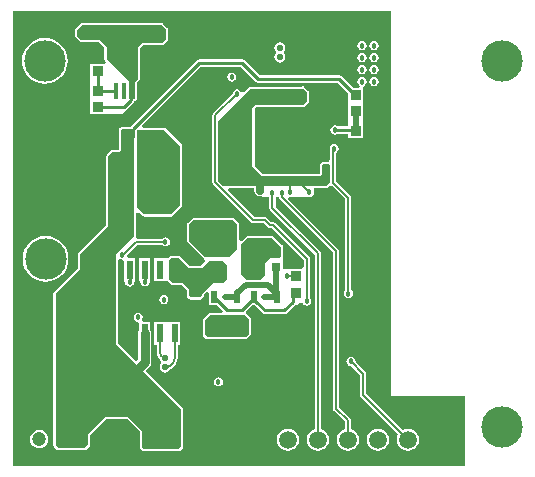
<source format=gbl>
G04*
G04 #@! TF.GenerationSoftware,Altium Limited,Altium Designer,20.2.6 (244)*
G04*
G04 Layer_Physical_Order=4*
G04 Layer_Color=16711680*
%FSLAX44Y44*%
%MOMM*%
G71*
G04*
G04 #@! TF.SameCoordinates,7CDA323B-E038-41B1-B74F-359B52FF9F59*
G04*
G04*
G04 #@! TF.FilePolarity,Positive*
G04*
G01*
G75*
%ADD10C,0.2540*%
%ADD22R,0.5000X0.5000*%
%ADD24R,0.5000X0.5000*%
%ADD34R,0.7620X0.7620*%
%ADD39R,0.9000X0.8100*%
%ADD70C,0.1524*%
%ADD72C,0.5080*%
%ADD74C,0.5500*%
%ADD75C,1.2000*%
%ADD76R,1.2000X1.2000*%
%ADD77C,1.5000*%
%ADD78R,1.5000X1.5000*%
%ADD79C,3.5000*%
%ADD80C,0.4570*%
%ADD81C,0.7000*%
%ADD82R,0.6000X1.5500*%
G04:AMPARAMS|DCode=83|XSize=1.27mm|YSize=1.27mm|CornerRadius=0.3175mm|HoleSize=0mm|Usage=FLASHONLY|Rotation=180.000|XOffset=0mm|YOffset=0mm|HoleType=Round|Shape=RoundedRectangle|*
%AMROUNDEDRECTD83*
21,1,1.2700,0.6350,0,0,180.0*
21,1,0.6350,1.2700,0,0,180.0*
1,1,0.6350,-0.3175,0.3175*
1,1,0.6350,0.3175,0.3175*
1,1,0.6350,0.3175,-0.3175*
1,1,0.6350,-0.3175,-0.3175*
%
%ADD83ROUNDEDRECTD83*%
%ADD84R,0.7620X0.7620*%
%ADD85R,0.6000X1.1000*%
%ADD86R,1.6000X4.5000*%
%ADD87R,0.4500X1.3500*%
%ADD88C,0.7620*%
%ADD89C,0.6350*%
G36*
X322432Y61608D02*
X385500D01*
Y2590D01*
X2590D01*
Y387710D01*
X322432D01*
Y61608D01*
D02*
G37*
%LPC*%
G36*
X308410Y362114D02*
X306924Y361818D01*
X305664Y360976D01*
X304822Y359716D01*
X304526Y358230D01*
X304822Y356744D01*
X305664Y355484D01*
X306924Y354642D01*
X308410Y354346D01*
X309896Y354642D01*
X311156Y355484D01*
X311998Y356744D01*
X312294Y358230D01*
X311998Y359716D01*
X311156Y360976D01*
X309896Y361818D01*
X308410Y362114D01*
D02*
G37*
G36*
X298250D02*
X296764Y361818D01*
X295504Y360976D01*
X294662Y359716D01*
X294366Y358230D01*
X294662Y356744D01*
X295504Y355484D01*
X296764Y354642D01*
X298250Y354346D01*
X299736Y354642D01*
X300996Y355484D01*
X301838Y356744D01*
X302134Y358230D01*
X301838Y359716D01*
X300996Y360976D01*
X299736Y361818D01*
X298250Y362114D01*
D02*
G37*
G36*
X308410Y351954D02*
X306924Y351658D01*
X305664Y350816D01*
X304822Y349556D01*
X304526Y348070D01*
X304822Y346584D01*
X305664Y345324D01*
X306924Y344482D01*
X308410Y344186D01*
X309896Y344482D01*
X311156Y345324D01*
X311998Y346584D01*
X312294Y348070D01*
X311998Y349556D01*
X311156Y350816D01*
X309896Y351658D01*
X308410Y351954D01*
D02*
G37*
G36*
X298250D02*
X296764Y351658D01*
X295504Y350816D01*
X294662Y349556D01*
X294366Y348070D01*
X294662Y346584D01*
X295504Y345324D01*
X296764Y344482D01*
X298250Y344186D01*
X299736Y344482D01*
X300996Y345324D01*
X301838Y346584D01*
X302134Y348070D01*
X301838Y349556D01*
X300996Y350816D01*
X299736Y351658D01*
X298250Y351954D01*
D02*
G37*
G36*
X228750Y361117D02*
X226983Y360765D01*
X225485Y359765D01*
X224485Y358267D01*
X224133Y356500D01*
X224485Y354733D01*
X225485Y353236D01*
Y351764D01*
X224485Y350267D01*
X224133Y348500D01*
X224485Y346733D01*
X225485Y345235D01*
X226983Y344235D01*
X228750Y343883D01*
X230517Y344235D01*
X232015Y345235D01*
X233015Y346733D01*
X233367Y348500D01*
X233015Y350267D01*
X232015Y351764D01*
Y353236D01*
X233015Y354733D01*
X233367Y356500D01*
X233015Y358267D01*
X232015Y359765D01*
X230517Y360765D01*
X228750Y361117D01*
D02*
G37*
G36*
X308410Y341794D02*
X306924Y341498D01*
X305664Y340656D01*
X304822Y339396D01*
X304526Y337910D01*
X304822Y336424D01*
X305664Y335164D01*
X306924Y334322D01*
X308410Y334026D01*
X309896Y334322D01*
X311156Y335164D01*
X311998Y336424D01*
X312294Y337910D01*
X311998Y339396D01*
X311156Y340656D01*
X309896Y341498D01*
X308410Y341794D01*
D02*
G37*
G36*
X298250D02*
X296764Y341498D01*
X295504Y340656D01*
X294662Y339396D01*
X294366Y337910D01*
X294662Y336424D01*
X295504Y335164D01*
X296764Y334322D01*
X298250Y334026D01*
X299736Y334322D01*
X300996Y335164D01*
X301838Y336424D01*
X302134Y337910D01*
X301838Y339396D01*
X300996Y340656D01*
X299736Y341498D01*
X298250Y341794D01*
D02*
G37*
G36*
X188000Y335384D02*
X186514Y335088D01*
X185254Y334246D01*
X184412Y332986D01*
X184116Y331500D01*
X184412Y330014D01*
X185254Y328754D01*
X186514Y327912D01*
X188000Y327616D01*
X189486Y327912D01*
X190746Y328754D01*
X191588Y330014D01*
X191884Y331500D01*
X191588Y332986D01*
X190746Y334246D01*
X189486Y335088D01*
X188000Y335384D01*
D02*
G37*
G36*
X29700Y364671D02*
X25921Y364299D01*
X22287Y363197D01*
X18938Y361407D01*
X16002Y358998D01*
X13593Y356062D01*
X11803Y352713D01*
X10701Y349079D01*
X10329Y345300D01*
X10701Y341521D01*
X11803Y337887D01*
X13593Y334538D01*
X16002Y331602D01*
X18938Y329193D01*
X22287Y327403D01*
X25921Y326301D01*
X29700Y325929D01*
X33479Y326301D01*
X37113Y327403D01*
X40462Y329193D01*
X43398Y331602D01*
X45807Y334538D01*
X47597Y337887D01*
X48699Y341521D01*
X49071Y345300D01*
X48699Y349079D01*
X47597Y352713D01*
X45807Y356062D01*
X43398Y358998D01*
X40462Y361407D01*
X37113Y363197D01*
X33479Y364299D01*
X29700Y364671D01*
D02*
G37*
G36*
X308410Y331634D02*
X306924Y331338D01*
X305664Y330496D01*
X304822Y329236D01*
X304526Y327750D01*
X304822Y326264D01*
X305664Y325004D01*
X306924Y324162D01*
X308410Y323866D01*
X309896Y324162D01*
X311156Y325004D01*
X311998Y326264D01*
X312294Y327750D01*
X311998Y329236D01*
X311156Y330496D01*
X309896Y331338D01*
X308410Y331634D01*
D02*
G37*
G36*
X248250Y323813D02*
X247556Y323675D01*
X247389Y323563D01*
X203750D01*
X203056Y323425D01*
X202468Y323032D01*
X198187Y318750D01*
X197547Y318762D01*
X195842Y319234D01*
X195298Y320048D01*
X194038Y320890D01*
X192552Y321186D01*
X191066Y320890D01*
X189806Y320048D01*
X188964Y318788D01*
X188676Y317338D01*
X172314Y300977D01*
X171753Y300137D01*
X171556Y299146D01*
Y242371D01*
X171753Y241380D01*
X172314Y240540D01*
X204297Y208558D01*
X205137Y207996D01*
X206128Y207799D01*
X215031D01*
X218487Y204344D01*
X219327Y203782D01*
X220318Y203585D01*
X222076D01*
X248910Y176751D01*
Y170499D01*
X246910Y168737D01*
X240250Y168750D01*
X231140D01*
Y176210D01*
X231140D01*
X231110Y176374D01*
X231140Y178374D01*
X231286Y178848D01*
X231425Y179056D01*
X231563Y179750D01*
X231563Y179750D01*
X231563Y180199D01*
X231563Y187750D01*
X231425Y188444D01*
X231140Y188870D01*
Y189550D01*
X230514D01*
X223782Y196282D01*
X223194Y196675D01*
X222500Y196813D01*
X201250Y196813D01*
X200556Y196675D01*
X199968Y196282D01*
X196313Y192626D01*
X194313Y193455D01*
X194313Y207000D01*
X194175Y207694D01*
X193782Y208282D01*
X190282Y211782D01*
X190282Y211782D01*
X189694Y212175D01*
X189000Y212313D01*
X155500Y212313D01*
X154806Y212175D01*
X154218Y211782D01*
X154218Y211782D01*
X150718Y208282D01*
X150718Y208282D01*
X150325Y207694D01*
X150187Y207000D01*
Y193000D01*
X150325Y192306D01*
X150718Y191718D01*
X164218Y178218D01*
X164806Y177825D01*
X164912Y177804D01*
X165583Y176334D01*
X165623Y175687D01*
X161749Y171813D01*
X152751Y171813D01*
X145032Y179532D01*
X144444Y179925D01*
X143750Y180063D01*
X136250Y180063D01*
X135556Y179925D01*
X134968Y179532D01*
X133680Y178243D01*
X131813Y178010D01*
X131480Y178006D01*
X131229Y178006D01*
X122222D01*
Y158950D01*
X131258D01*
X131778Y158950D01*
X133693Y158744D01*
X136468Y155968D01*
X137056Y155575D01*
X137750Y155437D01*
X145749D01*
X149937Y151249D01*
Y146500D01*
X150075Y145806D01*
X150468Y145218D01*
X151968Y143718D01*
X152556Y143325D01*
X153250Y143187D01*
X161250D01*
X161944Y143325D01*
X162532Y143718D01*
X164032Y145218D01*
X164425Y145806D01*
X164563Y146500D01*
X164563Y147499D01*
X166754Y149691D01*
X168602Y148925D01*
Y138448D01*
X175513D01*
X180398Y133563D01*
X179570Y131563D01*
X169500D01*
X168806Y131425D01*
X168218Y131032D01*
X163968Y126782D01*
X163575Y126194D01*
X163437Y125500D01*
X163437Y113750D01*
X163575Y113056D01*
X163968Y112468D01*
X166218Y110218D01*
X166806Y109825D01*
X167500Y109687D01*
X199750Y109687D01*
X200444Y109825D01*
X201032Y110218D01*
X203782Y112968D01*
X204175Y113556D01*
X204313Y114250D01*
Y126500D01*
X204175Y127194D01*
X203782Y127782D01*
X200532Y131032D01*
X200469Y131074D01*
X200054Y132907D01*
X200093Y133434D01*
X205029Y138370D01*
X207545D01*
X214112Y131803D01*
X215121Y131129D01*
X216310Y130892D01*
X232616D01*
X233805Y131129D01*
X234813Y131803D01*
X241261Y138250D01*
X243414D01*
X245799Y140635D01*
X247556Y140326D01*
X248050Y140058D01*
X248754Y139004D01*
X250014Y138162D01*
X251500Y137866D01*
X252986Y138162D01*
X254246Y139004D01*
X255088Y140264D01*
X255384Y141750D01*
X255088Y143236D01*
X254246Y144496D01*
X254090Y144601D01*
Y177824D01*
X253893Y178815D01*
X253331Y179655D01*
X224980Y208006D01*
X224140Y208568D01*
X223149Y208765D01*
X221390D01*
X217935Y212220D01*
X217095Y212782D01*
X216104Y212979D01*
X207201D01*
X184590Y235589D01*
X185355Y237437D01*
X206960D01*
Y235511D01*
X207345Y233579D01*
X208439Y231941D01*
X210078Y230846D01*
X212010Y230462D01*
X212148Y230489D01*
X214000Y230846D01*
X214846Y230000D01*
X219910D01*
Y220750D01*
X220107Y219759D01*
X220669Y218919D01*
X258310Y181277D01*
Y33472D01*
X256221Y32606D01*
X254283Y31119D01*
X252796Y29181D01*
X251861Y26924D01*
X251542Y24502D01*
X251861Y22080D01*
X252796Y19823D01*
X254283Y17885D01*
X256221Y16398D01*
X258478Y15463D01*
X260900Y15144D01*
X263322Y15463D01*
X265579Y16398D01*
X267517Y17885D01*
X269004Y19823D01*
X269939Y22080D01*
X270258Y24502D01*
X269939Y26924D01*
X269004Y29181D01*
X267517Y31119D01*
X265579Y32606D01*
X263490Y33472D01*
Y182350D01*
X263293Y183341D01*
X262731Y184181D01*
X225090Y221823D01*
Y230000D01*
X227993D01*
Y229917D01*
X228191Y228926D01*
X228752Y228086D01*
X273910Y182927D01*
Y50908D01*
X274107Y49917D01*
X274669Y49076D01*
X283710Y40035D01*
Y33472D01*
X281621Y32606D01*
X279683Y31119D01*
X278196Y29181D01*
X277261Y26924D01*
X276942Y24502D01*
X277261Y22080D01*
X278196Y19823D01*
X279683Y17885D01*
X281621Y16398D01*
X283878Y15463D01*
X286300Y15144D01*
X288722Y15463D01*
X290979Y16398D01*
X292917Y17885D01*
X294404Y19823D01*
X295339Y22080D01*
X295658Y24502D01*
X295339Y26924D01*
X294404Y29181D01*
X292917Y31119D01*
X290979Y32606D01*
X288890Y33472D01*
Y41108D01*
X288693Y42099D01*
X288131Y42939D01*
X279090Y51980D01*
Y184000D01*
X278893Y184991D01*
X278331Y185831D01*
X236010Y228152D01*
X236776Y230000D01*
X255250D01*
X257500Y232250D01*
Y237437D01*
X268250D01*
X268944Y237575D01*
X269532Y237968D01*
X270538Y238974D01*
X273363Y238974D01*
X284160Y228177D01*
Y151053D01*
X283943Y150908D01*
X283101Y149648D01*
X282805Y148162D01*
X283101Y146676D01*
X283943Y145416D01*
X285203Y144574D01*
X286689Y144278D01*
X288175Y144574D01*
X289435Y145416D01*
X290277Y146676D01*
X290573Y148162D01*
X290277Y149648D01*
X289435Y150908D01*
X289340Y150972D01*
Y229250D01*
X289143Y230241D01*
X288581Y231081D01*
X276376Y243287D01*
Y267499D01*
X277489Y268243D01*
X278331Y269503D01*
X278627Y270989D01*
X278331Y272475D01*
X277489Y273735D01*
X276229Y274577D01*
X274743Y274872D01*
X273257Y274577D01*
X271997Y273735D01*
X271155Y272475D01*
X270859Y270989D01*
X271155Y269503D01*
X271329Y269242D01*
X271196Y268573D01*
Y261811D01*
X270000Y260063D01*
X265500D01*
X264806Y259925D01*
X264218Y259532D01*
X263218Y258532D01*
X262825Y257944D01*
X262687Y257250D01*
Y250251D01*
X261999Y249563D01*
X214251D01*
X207313Y256501D01*
Y304749D01*
X208501Y305937D01*
X248000D01*
X248694Y306075D01*
X249282Y306468D01*
X252782Y309968D01*
X253175Y310556D01*
X253313Y311250D01*
Y318750D01*
X253175Y319444D01*
X252782Y320032D01*
X249532Y323282D01*
X248944Y323675D01*
X248250Y323813D01*
D02*
G37*
G36*
X128750Y377313D02*
X61000D01*
X60306Y377175D01*
X59718Y376782D01*
X55968Y373032D01*
X55575Y372444D01*
X55437Y371750D01*
X55437Y366500D01*
X55575Y365806D01*
X55968Y365218D01*
X59218Y361968D01*
X59806Y361575D01*
X60500Y361437D01*
X75249D01*
X80187Y356499D01*
Y346500D01*
X80325Y345806D01*
X80718Y345218D01*
X81242Y344694D01*
X80295Y342813D01*
X79229Y342813D01*
X68400D01*
Y331157D01*
Y325706D01*
X68396D01*
Y314050D01*
X68400D01*
Y311806D01*
X68396D01*
Y300150D01*
X94958D01*
X98588Y303780D01*
X104544Y309736D01*
X105217Y310744D01*
X105255Y310937D01*
X105752Y310937D01*
X106099Y311007D01*
X106444Y311075D01*
X106445Y311076D01*
X106445Y311076D01*
X106625Y311196D01*
X107354D01*
Y311950D01*
X107425Y312056D01*
X107425Y312057D01*
X107425Y312058D01*
X107494Y312404D01*
X107563Y312750D01*
Y326749D01*
X109782Y328968D01*
X110175Y329556D01*
X110313Y330250D01*
X110313Y355999D01*
X113001Y358687D01*
X129000Y358687D01*
X129694Y358825D01*
X130282Y359218D01*
X133282Y362218D01*
X133675Y362806D01*
X133813Y363500D01*
Y372250D01*
X133675Y372944D01*
X133282Y373532D01*
X130032Y376782D01*
X129444Y377175D01*
X128750Y377313D01*
D02*
G37*
G36*
X197000Y346608D02*
X160510D01*
X159321Y346371D01*
X158312Y345698D01*
X102108Y289494D01*
X101837Y289087D01*
X94742Y289087D01*
X94048Y288949D01*
X93754Y288752D01*
X92798D01*
Y287638D01*
X92675Y287020D01*
Y270499D01*
X92213Y270037D01*
X86913D01*
X86219Y269899D01*
X85631Y269506D01*
X83735Y267610D01*
X83244D01*
Y267119D01*
X82361Y266236D01*
X81968Y265648D01*
X81830Y264954D01*
X81830Y205991D01*
X58418Y182924D01*
X58414Y182919D01*
X58408Y182915D01*
X58215Y182626D01*
X58020Y182339D01*
X58019Y182333D01*
X58015Y182327D01*
X57947Y181985D01*
X57877Y181647D01*
X57878Y181640D01*
X57877Y181633D01*
Y170169D01*
X37580Y149872D01*
X37187Y149284D01*
X37049Y148590D01*
Y19638D01*
X37187Y18944D01*
X37580Y18356D01*
X39968Y15968D01*
X39968Y15968D01*
X40556Y15575D01*
X41250Y15437D01*
X63250Y15437D01*
X63944Y15575D01*
X64532Y15968D01*
X64532Y15968D01*
X67576Y19012D01*
X67969Y19600D01*
X68107Y20294D01*
X68107Y28205D01*
X81777Y41875D01*
X99833Y41875D01*
X110201Y31507D01*
X110201Y18486D01*
X110339Y17792D01*
X110732Y17204D01*
X112718Y15218D01*
X113307Y14825D01*
X114000Y14687D01*
X142750Y14687D01*
X143444Y14825D01*
X144032Y15218D01*
X144032Y15218D01*
X146316Y17502D01*
X146709Y18090D01*
X146847Y18784D01*
X146847Y50292D01*
X146709Y50986D01*
X146316Y51574D01*
X115099Y82791D01*
X118329Y86021D01*
X119564Y87870D01*
X119998Y90050D01*
Y114478D01*
X119564Y116658D01*
X119078Y117385D01*
Y124006D01*
X112720D01*
X112467Y124317D01*
X111834Y126006D01*
X112341Y126764D01*
X112636Y128250D01*
X112341Y129736D01*
X111499Y130996D01*
X110239Y131838D01*
X108753Y132134D01*
X107267Y131838D01*
X106007Y130996D01*
X105165Y129736D01*
X104869Y128250D01*
X105165Y126764D01*
X106007Y125504D01*
X107267Y124662D01*
X107754Y124565D01*
X108808Y124232D01*
X109522Y122480D01*
Y117385D01*
X109036Y116658D01*
X108603Y114478D01*
Y92410D01*
X107041Y90849D01*
X91475Y106415D01*
X91475Y176842D01*
X93475Y177772D01*
X94014Y177412D01*
X95500Y177116D01*
X96822Y176031D01*
Y158950D01*
X96837D01*
X97616Y158000D01*
X97912Y156514D01*
X98754Y155254D01*
X100014Y154412D01*
X101500Y154116D01*
X102986Y154412D01*
X104246Y155254D01*
X105088Y156514D01*
X105384Y158000D01*
X106163Y158950D01*
X106378D01*
Y178006D01*
X100486D01*
X100026Y178503D01*
X99186Y180006D01*
X99384Y181000D01*
X99375Y181041D01*
X107744Y189410D01*
X128899D01*
X129004Y189254D01*
X130264Y188412D01*
X131750Y188116D01*
X133236Y188412D01*
X134496Y189254D01*
X135338Y190514D01*
X135634Y192000D01*
X135338Y193486D01*
X134496Y194746D01*
X133236Y195588D01*
X131750Y195884D01*
X130264Y195588D01*
X129004Y194746D01*
X128899Y194590D01*
X108158D01*
X108028Y194704D01*
X107110Y196418D01*
X107109Y196590D01*
X107223Y197160D01*
Y216850D01*
X109071Y217616D01*
X112718Y213968D01*
X113306Y213575D01*
X114000Y213437D01*
X136500Y213437D01*
X137194Y213575D01*
X137782Y213968D01*
X145532Y221718D01*
X145925Y222306D01*
X146063Y223000D01*
X146063Y273250D01*
X145925Y273944D01*
X145532Y274532D01*
X132032Y288032D01*
X131444Y288425D01*
X130750Y288563D01*
X113854D01*
Y288752D01*
X112770D01*
X112005Y290600D01*
X161797Y340392D01*
X195713D01*
X208302Y327803D01*
X209311Y327129D01*
X210500Y326892D01*
X277793D01*
X286838Y317847D01*
Y310586D01*
Y296686D01*
Y289858D01*
X277705D01*
X276986Y290338D01*
X275500Y290634D01*
X274014Y290338D01*
X272754Y289496D01*
X271912Y288236D01*
X271616Y286750D01*
X271912Y285264D01*
X272754Y284004D01*
X274014Y283162D01*
X275500Y282866D01*
X276986Y283162D01*
X277705Y283642D01*
X286838D01*
Y280106D01*
X299394D01*
Y296686D01*
Y308342D01*
Y322055D01*
X299394Y322242D01*
X299636Y324142D01*
X299736Y324162D01*
X300996Y325004D01*
X301838Y326264D01*
X302134Y327750D01*
X301838Y329236D01*
X300996Y330496D01*
X299736Y331338D01*
X298250Y331634D01*
X296764Y331338D01*
X295504Y330496D01*
X294662Y329236D01*
X294366Y327750D01*
X294662Y326264D01*
X295504Y325004D01*
X296644Y324242D01*
X296666Y324095D01*
X295640Y322242D01*
X291233D01*
X281278Y332197D01*
X280269Y332871D01*
X279080Y333108D01*
X211787D01*
X199198Y345698D01*
X198189Y346371D01*
X197000Y346608D01*
D02*
G37*
G36*
X30400Y197071D02*
X26621Y196699D01*
X22987Y195597D01*
X19638Y193807D01*
X16702Y191398D01*
X14293Y188462D01*
X12503Y185113D01*
X11401Y181479D01*
X11029Y177700D01*
X11401Y173921D01*
X12503Y170287D01*
X14293Y166938D01*
X16702Y164002D01*
X19638Y161593D01*
X22987Y159803D01*
X26621Y158701D01*
X30400Y158329D01*
X34179Y158701D01*
X37813Y159803D01*
X41162Y161593D01*
X44097Y164002D01*
X46507Y166938D01*
X48297Y170287D01*
X49399Y173921D01*
X49771Y177700D01*
X49399Y181479D01*
X48297Y185113D01*
X46507Y188462D01*
X44097Y191398D01*
X41162Y193807D01*
X37813Y195597D01*
X34179Y196699D01*
X30400Y197071D01*
D02*
G37*
G36*
X119078Y178006D02*
X109522D01*
Y158950D01*
X110042D01*
X110616Y158250D01*
X110912Y156764D01*
X111754Y155504D01*
X113014Y154662D01*
X114500Y154366D01*
X115986Y154662D01*
X117246Y155504D01*
X118088Y156764D01*
X118384Y158250D01*
X118958Y158950D01*
X119078D01*
Y178006D01*
D02*
G37*
G36*
X130432Y146992D02*
X128945Y146696D01*
X127685Y145855D01*
X126844Y144595D01*
X126548Y143108D01*
X126844Y141622D01*
X127685Y140362D01*
X128945Y139520D01*
X130432Y139225D01*
X131918Y139520D01*
X133178Y140362D01*
X134020Y141622D01*
X134315Y143108D01*
X134020Y144595D01*
X133178Y145855D01*
X131918Y146696D01*
X130432Y146992D01*
D02*
G37*
G36*
X144478Y124006D02*
X122222D01*
Y104950D01*
X124410D01*
Y98488D01*
X124399D01*
X124643Y96631D01*
X125360Y94901D01*
X126500Y93416D01*
X127155Y92913D01*
X127307Y92149D01*
X128308Y90652D01*
Y89180D01*
X127307Y87683D01*
X126955Y85916D01*
X127307Y84149D01*
X128308Y82652D01*
X129805Y81651D01*
X131572Y81299D01*
X133339Y81651D01*
X134837Y82652D01*
X135837Y84149D01*
X135862Y84274D01*
X136952Y84726D01*
X139180Y86435D01*
X140891Y88664D01*
X141965Y91259D01*
X142332Y94044D01*
X142290D01*
Y104950D01*
X144478D01*
Y124006D01*
D02*
G37*
G36*
X176750Y77384D02*
X175264Y77088D01*
X174004Y76246D01*
X173162Y74986D01*
X172866Y73500D01*
X173162Y72014D01*
X174004Y70754D01*
X175264Y69912D01*
X176750Y69616D01*
X178236Y69912D01*
X179496Y70754D01*
X180338Y72014D01*
X180634Y73500D01*
X180338Y74986D01*
X179496Y76246D01*
X178236Y77088D01*
X176750Y77384D01*
D02*
G37*
G36*
X25000Y32845D02*
X22970Y32578D01*
X21077Y31794D01*
X19453Y30547D01*
X18206Y28923D01*
X17422Y27030D01*
X17155Y25000D01*
X17422Y22970D01*
X18206Y21077D01*
X19453Y19453D01*
X21077Y18206D01*
X22970Y17422D01*
X25000Y17155D01*
X27030Y17422D01*
X28923Y18206D01*
X30547Y19453D01*
X31794Y21077D01*
X32578Y22970D01*
X32845Y25000D01*
X32578Y27030D01*
X31794Y28923D01*
X30547Y30547D01*
X28923Y31794D01*
X27030Y32578D01*
X25000Y32845D01*
D02*
G37*
G36*
X289000Y94634D02*
X287514Y94338D01*
X286254Y93496D01*
X285412Y92236D01*
X285116Y90750D01*
X285412Y89264D01*
X286254Y88004D01*
X287514Y87162D01*
X289000Y86866D01*
X289184Y86903D01*
X296660Y79427D01*
Y62352D01*
X296857Y61361D01*
X297419Y60521D01*
X328926Y29013D01*
X328061Y26924D01*
X327742Y24502D01*
X328061Y22080D01*
X328996Y19823D01*
X330483Y17885D01*
X332421Y16398D01*
X334678Y15463D01*
X337100Y15144D01*
X339522Y15463D01*
X341779Y16398D01*
X343717Y17885D01*
X345204Y19823D01*
X346139Y22080D01*
X346458Y24502D01*
X346139Y26924D01*
X345204Y29181D01*
X343717Y31119D01*
X341779Y32606D01*
X339522Y33541D01*
X337100Y33860D01*
X334678Y33541D01*
X332589Y32676D01*
X301840Y63425D01*
Y80500D01*
X301643Y81491D01*
X301081Y82331D01*
X292847Y90566D01*
X292884Y90750D01*
X292588Y92236D01*
X291746Y93496D01*
X290486Y94338D01*
X289000Y94634D01*
D02*
G37*
G36*
X311700Y33860D02*
X309278Y33541D01*
X307021Y32606D01*
X305083Y31119D01*
X303596Y29181D01*
X302661Y26924D01*
X302342Y24502D01*
X302661Y22080D01*
X303596Y19823D01*
X305083Y17885D01*
X307021Y16398D01*
X309278Y15463D01*
X311700Y15144D01*
X314122Y15463D01*
X316379Y16398D01*
X318317Y17885D01*
X319804Y19823D01*
X320739Y22080D01*
X321058Y24502D01*
X320739Y26924D01*
X319804Y29181D01*
X318317Y31119D01*
X316379Y32606D01*
X314122Y33541D01*
X311700Y33860D01*
D02*
G37*
G36*
X235500D02*
X233078Y33541D01*
X230821Y32606D01*
X228883Y31119D01*
X227396Y29181D01*
X226461Y26924D01*
X226142Y24502D01*
X226461Y22080D01*
X227396Y19823D01*
X228883Y17885D01*
X230821Y16398D01*
X233078Y15463D01*
X235500Y15144D01*
X237922Y15463D01*
X240179Y16398D01*
X242117Y17885D01*
X243604Y19823D01*
X244539Y22080D01*
X244858Y24502D01*
X244539Y26924D01*
X243604Y29181D01*
X242117Y31119D01*
X240179Y32606D01*
X237922Y33541D01*
X235500Y33860D01*
D02*
G37*
%LPD*%
G36*
X251500Y318750D02*
Y311250D01*
X248000Y307750D01*
X207750D01*
X205500Y305500D01*
Y255750D01*
X213500Y247750D01*
X262750D01*
X264500Y249500D01*
Y257250D01*
X265500Y258250D01*
X270000D01*
X271500Y256750D01*
Y242500D01*
X268250Y239250D01*
X180500Y239250D01*
X176432Y243318D01*
X176432Y294432D01*
X203750Y321750D01*
X248000D01*
X248250Y322000D01*
X251500Y318750D01*
D02*
G37*
G36*
X189000Y210500D02*
X192500Y207000D01*
X192500Y186250D01*
X185750Y179500D01*
X165500Y179500D01*
X152000Y193000D01*
Y207000D01*
X155500Y210500D01*
X189000Y210500D01*
D02*
G37*
G36*
X229750Y187750D02*
X229750Y179750D01*
X228250Y178250D01*
X220500Y178250D01*
X216250Y174000D01*
X216250Y163750D01*
X212500Y160000D01*
X200500D01*
X196000Y164500D01*
X196000Y189750D01*
X201250Y195000D01*
X222500Y195000D01*
X229750Y187750D01*
D02*
G37*
G36*
X145250Y176750D02*
X152000Y170000D01*
X162500Y170000D01*
X168750Y176250D01*
X179750Y176250D01*
X183750Y172250D01*
X183750Y160750D01*
X180250Y157250D01*
X171750Y157250D01*
X162750Y148250D01*
X162750Y146500D01*
X161250Y145000D01*
X153250D01*
X151750Y146500D01*
Y152000D01*
X146500Y157250D01*
X137750D01*
X134750Y160250D01*
Y176750D01*
X136250Y178250D01*
X143750Y178250D01*
X145250Y176750D01*
D02*
G37*
G36*
X199250Y129750D02*
X202500Y126500D01*
Y114250D01*
X199750Y111500D01*
X167500Y111500D01*
X165250Y113750D01*
X165250Y125500D01*
X169500Y129750D01*
X199250Y129750D01*
D02*
G37*
G36*
X132000Y372250D02*
Y363500D01*
X129000Y360500D01*
X112250Y360500D01*
X108500Y356750D01*
X108500Y330250D01*
X105750Y327500D01*
Y312750D01*
X101000Y312745D01*
Y327500D01*
X82000Y346500D01*
Y357250D01*
X76000Y363250D01*
X60500D01*
X57250Y366500D01*
X57250Y371750D01*
X61000Y375500D01*
X128750D01*
X132000Y372250D01*
D02*
G37*
G36*
X144250Y273250D02*
X144250Y223000D01*
X136500Y215250D01*
X114000Y215250D01*
X107750Y221500D01*
X107750Y286750D01*
X130750D01*
X144250Y273250D01*
D02*
G37*
G36*
X105410Y287274D02*
X105410Y197160D01*
X89662Y181412D01*
X89662Y105664D01*
X145034Y50292D01*
X145034Y18784D01*
X142750Y16500D01*
X114000Y16500D01*
X112014Y18486D01*
X112014Y32258D01*
X100584Y43688D01*
X81026Y43688D01*
X66294Y28956D01*
X66294Y20294D01*
X63250Y17250D01*
X41250Y17250D01*
X38862Y19638D01*
Y148590D01*
X59690Y169418D01*
Y181633D01*
X83643Y205232D01*
X83643Y264954D01*
X86913Y268224D01*
X92964D01*
X94488Y269748D01*
Y287020D01*
X94742Y287274D01*
X105410Y287274D01*
D02*
G37*
D10*
X210500Y330000D02*
X279080D01*
X292666Y316414D01*
X293116D01*
X160510Y343500D02*
X197000D01*
X210500Y330000D01*
X104306Y287296D02*
X160510Y343500D01*
X292300Y286750D02*
X293116Y285934D01*
X275500Y286750D02*
X292300D01*
X104306Y281204D02*
Y287296D01*
X103326Y280224D02*
X104306Y281204D01*
X101550Y168428D02*
X101600Y168478D01*
X101550Y158050D02*
Y168428D01*
X101500Y158000D02*
X101550Y158050D01*
X114400Y158350D02*
Y168378D01*
Y158350D02*
X114500Y158250D01*
X114300Y168478D02*
X114400Y168378D01*
X208892Y141418D02*
X208892D01*
X216310Y134000D02*
X232616D01*
X208892Y141418D02*
X216310Y134000D01*
X207162Y143148D02*
X208892Y141418D01*
X206287Y144023D02*
X207162Y144898D01*
X197014Y134750D02*
X206287Y144023D01*
X232616Y134000D02*
X240104Y141488D01*
X207162Y143148D02*
Y144898D01*
X240104Y141488D02*
Y147046D01*
X242064Y149006D01*
X173380Y144976D02*
X183606Y134750D01*
X197014D01*
X74674Y305978D02*
X96390D01*
X102346Y311933D01*
Y318744D01*
X103326Y319724D01*
X74674Y319878D02*
X90172D01*
X90326Y319724D01*
X74678Y319881D02*
Y336985D01*
X74674Y319878D02*
X74678Y319881D01*
D22*
X268144Y254174D02*
D03*
X258144D02*
D03*
D24*
X157226Y149526D02*
D03*
Y139526D02*
D03*
X211750Y311500D02*
D03*
Y301500D02*
D03*
X239750Y311500D02*
D03*
Y301500D02*
D03*
X215900Y244174D02*
D03*
Y254174D02*
D03*
X237998Y244174D02*
D03*
Y254174D02*
D03*
X248158Y244174D02*
D03*
Y254174D02*
D03*
D34*
X101026Y351536D02*
D03*
X114366D02*
D03*
Y336296D02*
D03*
X101026D02*
D03*
X75626Y207518D02*
D03*
X88966D02*
D03*
D39*
X242064Y149006D02*
D03*
Y162906D02*
D03*
X293116Y285934D02*
D03*
Y272034D02*
D03*
Y316414D02*
D03*
Y302514D02*
D03*
X74674Y305978D02*
D03*
Y319878D02*
D03*
X74678Y350885D02*
D03*
Y336985D02*
D03*
D70*
X127000Y98488D02*
G03*
X131572Y93916I4572J0D01*
G01*
Y85916D02*
G03*
X139700Y94044I0J8128D01*
G01*
X174146Y242371D02*
Y299146D01*
X192302Y317302D02*
X192552D01*
X174146Y299146D02*
X192302Y317302D01*
X206128Y210389D02*
X216104D01*
X220318Y206175D01*
X223149D01*
X251500Y177824D01*
X174146Y242371D02*
X206128Y210389D01*
X251500Y141750D02*
Y177824D01*
X222500Y220750D02*
X260900Y182350D01*
Y24502D02*
Y182350D01*
X230583Y229917D02*
Y233167D01*
X276500Y50908D02*
Y184000D01*
X230500Y233250D02*
X230583Y233167D01*
Y229917D02*
X276500Y184000D01*
X222500Y220750D02*
Y233500D01*
X286750Y148223D02*
Y229250D01*
X273786Y242214D02*
Y268573D01*
Y242214D02*
X286750Y229250D01*
X274160Y268947D02*
Y270406D01*
X274743Y270989D01*
X273786Y268573D02*
X274160Y268947D01*
X95500Y181000D02*
X95672D01*
X106671Y192000D01*
X131750D01*
X131750Y192000D01*
X299250Y62352D02*
X337100Y24502D01*
X289000Y90750D02*
X299250Y80500D01*
Y62352D02*
Y80500D01*
X286300Y24502D02*
Y41108D01*
X276500Y50908D02*
X286300Y41108D01*
X237500Y234250D02*
Y243676D01*
X248158Y239592D02*
X253250Y234500D01*
X248158Y239592D02*
Y244174D01*
X337100Y24502D02*
Y24502D01*
X237500Y243676D02*
X237998Y244174D01*
X235000Y163000D02*
X240658D01*
X241408Y163750D01*
X242158Y163000D01*
X242064Y162906D02*
X242158Y163000D01*
X127000Y98488D02*
Y114478D01*
X139700Y94044D02*
Y114478D01*
X286689Y148162D02*
X286750Y148223D01*
D72*
X293116Y285934D02*
Y302514D01*
X220750Y145500D02*
X226014D01*
X215500D02*
X220750D01*
X187250D02*
X192154D01*
X182250D02*
X187250D01*
X226014D02*
X226162Y145648D01*
X192154Y145500D02*
X192380Y145726D01*
X218628Y155682D02*
X225552Y148758D01*
X192840Y146186D02*
Y148686D01*
X192380Y145726D02*
X192840Y146186D01*
Y148686D02*
X199836Y155682D01*
X218628D01*
X225552Y148758D02*
Y170622D01*
Y148758D02*
X226162Y148148D01*
Y145648D02*
Y148148D01*
D74*
X228750Y348500D02*
D03*
Y356500D02*
D03*
X131572Y93916D02*
D03*
Y85916D02*
D03*
D75*
X100000Y25000D02*
D03*
X25000D02*
D03*
D76*
X125000D02*
D03*
X50000D02*
D03*
D77*
X235500Y24502D02*
D03*
X337100D02*
D03*
X311700D02*
D03*
X286300D02*
D03*
X260900D02*
D03*
D78*
X362500D02*
D03*
D79*
X30400Y177700D02*
D03*
X29700Y345300D02*
D03*
X416700Y345200D02*
D03*
Y35200D02*
D03*
D80*
X184500Y101000D02*
D03*
X154250Y261000D02*
D03*
X168000Y260500D02*
D03*
Y279750D02*
D03*
X265725Y175750D02*
D03*
X235250Y184750D02*
D03*
X222250Y200250D02*
D03*
X267287Y200037D02*
D03*
Y207893D02*
D03*
X223500Y211000D02*
D03*
X229662Y220412D02*
D03*
X282787Y240037D02*
D03*
X274203Y234973D02*
D03*
X315750Y239750D02*
D03*
X278611Y248250D02*
D03*
X311500Y247500D02*
D03*
X303438D02*
D03*
X295375D02*
D03*
X287313D02*
D03*
X290500Y328750D02*
D03*
X280250Y319500D02*
D03*
X286875Y261750D02*
D03*
X294937D02*
D03*
X303000D02*
D03*
X311063D02*
D03*
X319125D02*
D03*
X319250Y270000D02*
D03*
X301000D02*
D03*
X281250Y307500D02*
D03*
Y295000D02*
D03*
X319450Y340220D02*
D03*
Y325220D02*
D03*
Y310220D02*
D03*
Y295220D02*
D03*
Y280220D02*
D03*
Y355220D02*
D03*
X381000Y19125D02*
D03*
Y32000D02*
D03*
Y44875D02*
D03*
X381000Y57750D02*
D03*
X320000Y58000D02*
D03*
X336000Y57750D02*
D03*
X351000D02*
D03*
X366000D02*
D03*
X381000Y6250D02*
D03*
X366000D02*
D03*
X291000D02*
D03*
X276000D02*
D03*
X351000D02*
D03*
X336000D02*
D03*
X321000D02*
D03*
X306000D02*
D03*
X201000D02*
D03*
X186000D02*
D03*
X261000D02*
D03*
X246000D02*
D03*
X231000D02*
D03*
X216000D02*
D03*
X111000D02*
D03*
X96000D02*
D03*
X171000D02*
D03*
X156000D02*
D03*
X141000D02*
D03*
X126000D02*
D03*
X6750Y6750D02*
D03*
X21000Y6250D02*
D03*
X36000D02*
D03*
X51000D02*
D03*
X66000D02*
D03*
X81000D02*
D03*
X6500Y68750D02*
D03*
Y53750D02*
D03*
Y38750D02*
D03*
Y23750D02*
D03*
Y143750D02*
D03*
Y128750D02*
D03*
Y113750D02*
D03*
Y98750D02*
D03*
Y83750D02*
D03*
Y218750D02*
D03*
Y203750D02*
D03*
Y188750D02*
D03*
Y173750D02*
D03*
Y158750D02*
D03*
Y293750D02*
D03*
Y278750D02*
D03*
Y263750D02*
D03*
Y248750D02*
D03*
Y233750D02*
D03*
Y368750D02*
D03*
Y353750D02*
D03*
Y338750D02*
D03*
Y323750D02*
D03*
Y308750D02*
D03*
X21500Y383750D02*
D03*
X6500D02*
D03*
X94250D02*
D03*
X79250D02*
D03*
X64250D02*
D03*
X49250D02*
D03*
X34250D02*
D03*
X169250D02*
D03*
X154250D02*
D03*
X139250D02*
D03*
X124250D02*
D03*
X109250D02*
D03*
X244250D02*
D03*
X229250D02*
D03*
X214250D02*
D03*
X199250D02*
D03*
X184250D02*
D03*
X319250D02*
D03*
X304250D02*
D03*
X289250D02*
D03*
X274250D02*
D03*
X259250D02*
D03*
X349450Y40220D02*
D03*
Y25220D02*
D03*
X319450Y370220D02*
D03*
Y280220D02*
D03*
Y235220D02*
D03*
Y220220D02*
D03*
Y205220D02*
D03*
Y190220D02*
D03*
Y175220D02*
D03*
Y160220D02*
D03*
Y145220D02*
D03*
Y130220D02*
D03*
Y115220D02*
D03*
Y100220D02*
D03*
Y85220D02*
D03*
Y70220D02*
D03*
X304450Y370220D02*
D03*
Y235220D02*
D03*
Y220220D02*
D03*
Y205220D02*
D03*
Y190220D02*
D03*
X289450Y370220D02*
D03*
Y355220D02*
D03*
Y340220D02*
D03*
Y115220D02*
D03*
Y100220D02*
D03*
Y70220D02*
D03*
Y55220D02*
D03*
X274450Y370220D02*
D03*
Y355220D02*
D03*
Y340220D02*
D03*
Y310220D02*
D03*
Y40220D02*
D03*
X259450Y370220D02*
D03*
Y355220D02*
D03*
Y340220D02*
D03*
X244450Y370220D02*
D03*
Y355220D02*
D03*
Y115220D02*
D03*
Y100220D02*
D03*
Y85220D02*
D03*
Y70220D02*
D03*
Y55220D02*
D03*
X229450Y370220D02*
D03*
Y115220D02*
D03*
Y55220D02*
D03*
X214450Y370220D02*
D03*
Y355220D02*
D03*
Y220220D02*
D03*
Y205220D02*
D03*
Y100220D02*
D03*
Y85220D02*
D03*
Y70220D02*
D03*
Y55220D02*
D03*
Y40220D02*
D03*
Y25220D02*
D03*
X199450Y370220D02*
D03*
Y355220D02*
D03*
Y55220D02*
D03*
Y40220D02*
D03*
Y25220D02*
D03*
X184450Y370220D02*
D03*
Y355220D02*
D03*
Y325220D02*
D03*
Y220220D02*
D03*
Y55220D02*
D03*
Y40220D02*
D03*
Y25220D02*
D03*
X169450Y370220D02*
D03*
Y355220D02*
D03*
Y325220D02*
D03*
Y310220D02*
D03*
Y235220D02*
D03*
Y220220D02*
D03*
Y100220D02*
D03*
Y85220D02*
D03*
Y70220D02*
D03*
Y55220D02*
D03*
Y40220D02*
D03*
Y25220D02*
D03*
X154450Y370220D02*
D03*
Y355220D02*
D03*
Y325220D02*
D03*
Y310220D02*
D03*
Y295220D02*
D03*
Y280220D02*
D03*
Y250220D02*
D03*
Y220220D02*
D03*
Y115220D02*
D03*
Y100220D02*
D03*
Y85220D02*
D03*
Y70220D02*
D03*
Y55220D02*
D03*
Y40220D02*
D03*
Y25220D02*
D03*
X139450Y370220D02*
D03*
Y355220D02*
D03*
Y340220D02*
D03*
Y310220D02*
D03*
Y295220D02*
D03*
Y205220D02*
D03*
Y190220D02*
D03*
Y70220D02*
D03*
X124450Y355220D02*
D03*
Y340220D02*
D03*
Y325220D02*
D03*
Y295220D02*
D03*
Y205220D02*
D03*
Y85220D02*
D03*
X94450Y295220D02*
D03*
Y160220D02*
D03*
Y145220D02*
D03*
Y115220D02*
D03*
X79450Y295220D02*
D03*
Y280220D02*
D03*
Y265220D02*
D03*
Y250220D02*
D03*
Y235220D02*
D03*
Y220220D02*
D03*
Y25220D02*
D03*
X64450Y355220D02*
D03*
Y340220D02*
D03*
Y325220D02*
D03*
Y310220D02*
D03*
Y295220D02*
D03*
Y280220D02*
D03*
Y265220D02*
D03*
Y250220D02*
D03*
Y235220D02*
D03*
Y220220D02*
D03*
X49450Y370220D02*
D03*
Y355220D02*
D03*
Y325220D02*
D03*
Y310220D02*
D03*
Y295220D02*
D03*
Y280220D02*
D03*
Y265220D02*
D03*
Y250220D02*
D03*
Y235220D02*
D03*
Y220220D02*
D03*
Y205220D02*
D03*
Y190220D02*
D03*
X34450Y370220D02*
D03*
Y310220D02*
D03*
Y295220D02*
D03*
Y280220D02*
D03*
Y265220D02*
D03*
Y250220D02*
D03*
Y235220D02*
D03*
Y220220D02*
D03*
Y205220D02*
D03*
Y145220D02*
D03*
Y130220D02*
D03*
X19450Y370220D02*
D03*
Y325220D02*
D03*
Y310220D02*
D03*
Y295220D02*
D03*
Y280220D02*
D03*
Y265220D02*
D03*
Y250220D02*
D03*
Y235220D02*
D03*
Y220220D02*
D03*
Y205220D02*
D03*
Y145220D02*
D03*
Y130220D02*
D03*
X192552Y317302D02*
D03*
X251500Y141750D02*
D03*
X298250Y327750D02*
D03*
X308410D02*
D03*
X298250Y348070D02*
D03*
X308410Y358230D02*
D03*
X298250D02*
D03*
X308410Y337910D02*
D03*
X298250D02*
D03*
X308410Y348070D02*
D03*
X125730Y367500D02*
D03*
X115570D02*
D03*
X64770D02*
D03*
X74930D02*
D03*
X108753Y128250D02*
D03*
X131750Y192000D02*
D03*
X212010Y235511D02*
D03*
X237500Y234250D02*
D03*
X253250Y234500D02*
D03*
X289000Y90750D02*
D03*
X176750Y73500D02*
D03*
X152432Y139358D02*
D03*
X69432Y207358D02*
D03*
X130432Y143108D02*
D03*
X274250Y211000D02*
D03*
X299750Y177000D02*
D03*
X215500Y336750D02*
D03*
X245250D02*
D03*
X144000Y143250D02*
D03*
X190410Y254160D02*
D03*
X180250Y244000D02*
D03*
Y254160D02*
D03*
X190410Y244000D02*
D03*
Y288160D02*
D03*
X180250Y278000D02*
D03*
Y288160D02*
D03*
X190410Y278000D02*
D03*
X267750Y245000D02*
D03*
X230500Y233250D02*
D03*
X222500Y233500D02*
D03*
X235000Y163000D02*
D03*
X286689Y148162D02*
D03*
X274743Y270989D02*
D03*
X169000Y299000D02*
D03*
X275500Y286750D02*
D03*
X95500Y181000D02*
D03*
X101500Y158000D02*
D03*
X114500Y158250D02*
D03*
X188000Y331500D02*
D03*
X211680Y316597D02*
D03*
X243669Y317669D02*
D03*
X264250Y225750D02*
D03*
X215500Y145500D02*
D03*
X220750D02*
D03*
X182250D02*
D03*
X187250D02*
D03*
X168180Y115000D02*
D03*
X178340D02*
D03*
X188500D02*
D03*
X198660Y125160D02*
D03*
X188500D02*
D03*
X198660Y115000D02*
D03*
X166680Y206570D02*
D03*
X156520Y196410D02*
D03*
Y206570D02*
D03*
X166680Y196410D02*
D03*
X187000D02*
D03*
X176840Y206570D02*
D03*
X187000D02*
D03*
X176840Y196410D02*
D03*
X85090Y347180D02*
D03*
X95250D02*
D03*
X85090Y367500D02*
D03*
X105410D02*
D03*
Y357340D02*
D03*
X95250D02*
D03*
X85090D02*
D03*
X95250Y367500D02*
D03*
X42340Y47750D02*
D03*
X52500Y57910D02*
D03*
X42340D02*
D03*
X62660D02*
D03*
Y47750D02*
D03*
Y37590D02*
D03*
X52500D02*
D03*
X42340D02*
D03*
X52500Y47750D02*
D03*
D81*
X247652Y276608D02*
D03*
X219712Y290578D02*
D03*
X247652D02*
D03*
X219712Y276608D02*
D03*
X247652Y262638D02*
D03*
X219712D02*
D03*
X233682Y290578D02*
D03*
Y276608D02*
D03*
Y262638D02*
D03*
D82*
X101600Y168478D02*
D03*
X114300D02*
D03*
X127000D02*
D03*
X139700D02*
D03*
X101600Y114478D02*
D03*
X114300D02*
D03*
X127000D02*
D03*
X139700D02*
D03*
D83*
X207772Y166878D02*
D03*
X174752D02*
D03*
X207772Y187452D02*
D03*
X174752D02*
D03*
D84*
X225552Y170622D02*
D03*
Y183962D02*
D03*
X157226Y176596D02*
D03*
Y163256D02*
D03*
D85*
X173380Y145726D02*
D03*
X192380D02*
D03*
X182880Y123726D02*
D03*
X207162Y145648D02*
D03*
X226162D02*
D03*
X216662Y123648D02*
D03*
D86*
X132022Y243332D02*
D03*
X93022D02*
D03*
D87*
X109826Y280224D02*
D03*
X103326D02*
D03*
X96826D02*
D03*
X90326D02*
D03*
X109826Y319724D02*
D03*
X103326D02*
D03*
X96826D02*
D03*
X90326D02*
D03*
D88*
X114300Y90050D02*
Y114478D01*
X62660Y57910D02*
X82160D01*
X114300Y90050D01*
D89*
X212010Y240284D02*
X215900Y244174D01*
X212010Y235511D02*
Y240284D01*
M02*

</source>
